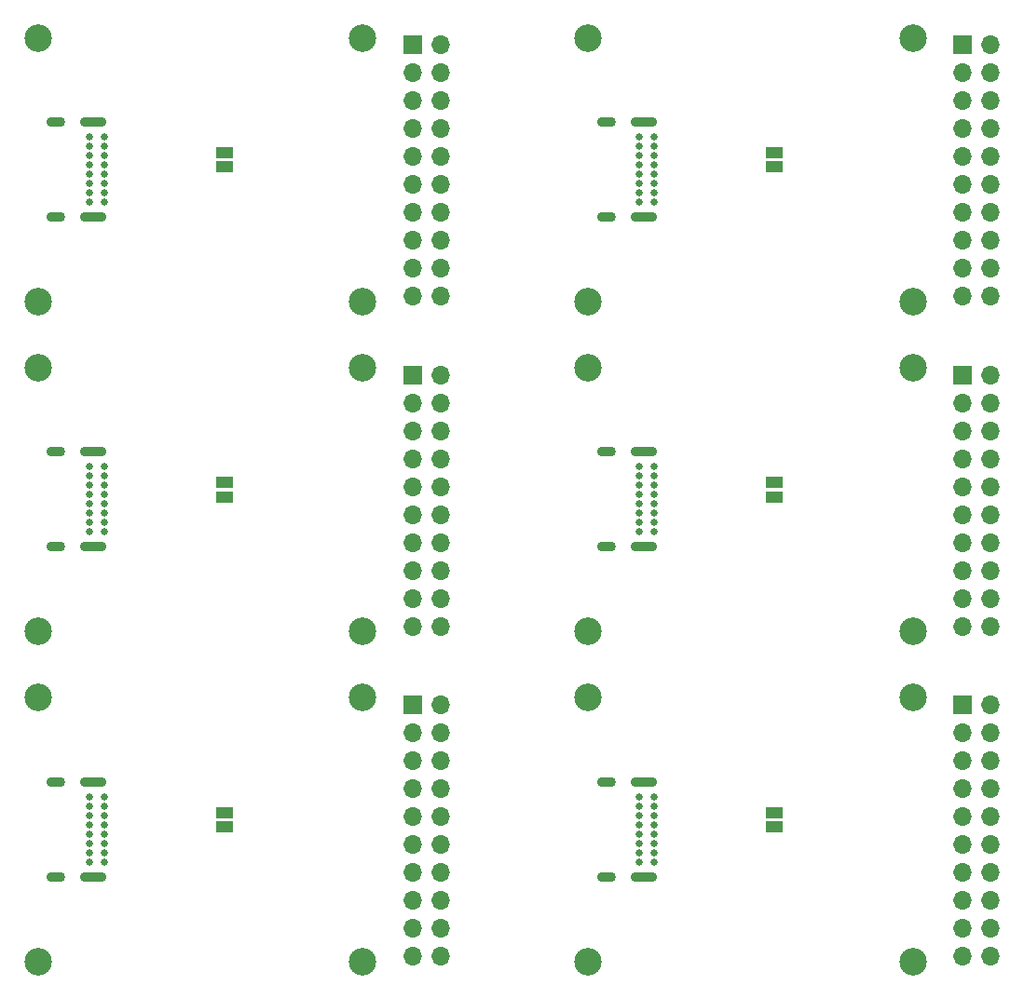
<source format=gbs>
G04 #@! TF.GenerationSoftware,KiCad,Pcbnew,(5.1.8-0-10_14)*
G04 #@! TF.CreationDate,2021-05-20T18:09:43+09:00*
G04 #@! TF.ProjectId,ft2232_jtag_tap,66743232-3332-45f6-9a74-61675f746170,rev?*
G04 #@! TF.SameCoordinates,Original*
G04 #@! TF.FileFunction,Soldermask,Bot*
G04 #@! TF.FilePolarity,Negative*
%FSLAX46Y46*%
G04 Gerber Fmt 4.6, Leading zero omitted, Abs format (unit mm)*
G04 Created by KiCad (PCBNEW (5.1.8-0-10_14)) date 2021-05-20 18:09:43*
%MOMM*%
%LPD*%
G01*
G04 APERTURE LIST*
%ADD10C,2.500000*%
%ADD11R,1.500000X1.000000*%
%ADD12R,1.700000X1.700000*%
%ADD13O,1.700000X1.700000*%
%ADD14C,0.650000*%
%ADD15O,2.400000X0.900000*%
%ADD16O,1.700000X0.900000*%
G04 APERTURE END LIST*
D10*
X103000000Y-163000000D03*
X53000000Y-163000000D03*
X103000000Y-133000000D03*
X53000000Y-133000000D03*
X103000000Y-103000000D03*
X103000000Y-187000000D03*
X53000000Y-187000000D03*
X103000000Y-157000000D03*
X53000000Y-157000000D03*
X103000000Y-127000000D03*
X132500000Y-163000000D03*
X82500000Y-163000000D03*
X132500000Y-133000000D03*
X82500000Y-133000000D03*
X132500000Y-103000000D03*
X132500000Y-187000000D03*
X82500000Y-187000000D03*
X132500000Y-157000000D03*
X82500000Y-157000000D03*
X132500000Y-127000000D03*
D11*
X119900000Y-173450000D03*
X119900000Y-174750000D03*
X69900000Y-173450000D03*
X69900000Y-174750000D03*
X119900000Y-143450000D03*
X119900000Y-144750000D03*
X69900000Y-143450000D03*
X69900000Y-144750000D03*
X119900000Y-113450000D03*
X119900000Y-114750000D03*
D12*
X137010000Y-163660000D03*
D13*
X139550000Y-163660000D03*
X137010000Y-166200000D03*
X139550000Y-166200000D03*
X137010000Y-168740000D03*
X139550000Y-168740000D03*
X137010000Y-171280000D03*
X139550000Y-171280000D03*
X137010000Y-173820000D03*
X139550000Y-173820000D03*
X137010000Y-176360000D03*
X139550000Y-176360000D03*
X137010000Y-178900000D03*
X139550000Y-178900000D03*
X137010000Y-181440000D03*
X139550000Y-181440000D03*
X137010000Y-183980000D03*
X139550000Y-183980000D03*
X137010000Y-186520000D03*
X139550000Y-186520000D03*
D12*
X87010000Y-163660000D03*
D13*
X89550000Y-163660000D03*
X87010000Y-166200000D03*
X89550000Y-166200000D03*
X87010000Y-168740000D03*
X89550000Y-168740000D03*
X87010000Y-171280000D03*
X89550000Y-171280000D03*
X87010000Y-173820000D03*
X89550000Y-173820000D03*
X87010000Y-176360000D03*
X89550000Y-176360000D03*
X87010000Y-178900000D03*
X89550000Y-178900000D03*
X87010000Y-181440000D03*
X89550000Y-181440000D03*
X87010000Y-183980000D03*
X89550000Y-183980000D03*
X87010000Y-186520000D03*
X89550000Y-186520000D03*
D12*
X137010000Y-133660000D03*
D13*
X139550000Y-133660000D03*
X137010000Y-136200000D03*
X139550000Y-136200000D03*
X137010000Y-138740000D03*
X139550000Y-138740000D03*
X137010000Y-141280000D03*
X139550000Y-141280000D03*
X137010000Y-143820000D03*
X139550000Y-143820000D03*
X137010000Y-146360000D03*
X139550000Y-146360000D03*
X137010000Y-148900000D03*
X139550000Y-148900000D03*
X137010000Y-151440000D03*
X139550000Y-151440000D03*
X137010000Y-153980000D03*
X139550000Y-153980000D03*
X137010000Y-156520000D03*
X139550000Y-156520000D03*
D12*
X87010000Y-133660000D03*
D13*
X89550000Y-133660000D03*
X87010000Y-136200000D03*
X89550000Y-136200000D03*
X87010000Y-138740000D03*
X89550000Y-138740000D03*
X87010000Y-141280000D03*
X89550000Y-141280000D03*
X87010000Y-143820000D03*
X89550000Y-143820000D03*
X87010000Y-146360000D03*
X89550000Y-146360000D03*
X87010000Y-148900000D03*
X89550000Y-148900000D03*
X87010000Y-151440000D03*
X89550000Y-151440000D03*
X87010000Y-153980000D03*
X89550000Y-153980000D03*
X87010000Y-156520000D03*
X89550000Y-156520000D03*
D12*
X137010000Y-103660000D03*
D13*
X139550000Y-103660000D03*
X137010000Y-106200000D03*
X139550000Y-106200000D03*
X137010000Y-108740000D03*
X139550000Y-108740000D03*
X137010000Y-111280000D03*
X139550000Y-111280000D03*
X137010000Y-113820000D03*
X139550000Y-113820000D03*
X137010000Y-116360000D03*
X139550000Y-116360000D03*
X137010000Y-118900000D03*
X139550000Y-118900000D03*
X137010000Y-121440000D03*
X139550000Y-121440000D03*
X137010000Y-123980000D03*
X139550000Y-123980000D03*
X137010000Y-126520000D03*
X139550000Y-126520000D03*
D14*
X109000000Y-172000000D03*
X109000000Y-172850000D03*
X109000000Y-173700000D03*
X109000000Y-174550000D03*
X109000000Y-175400000D03*
X109000000Y-176250000D03*
X109000000Y-177100000D03*
X109000000Y-177950000D03*
X107650000Y-172850000D03*
X107650000Y-174550000D03*
X107650000Y-173700000D03*
X107650000Y-172000000D03*
X107650000Y-176250000D03*
X107650000Y-177100000D03*
X107650000Y-177950000D03*
X107650000Y-175400000D03*
D15*
X108020000Y-170650000D03*
X108020000Y-179300000D03*
D16*
X104640000Y-170650000D03*
X104640000Y-179300000D03*
D14*
X59000000Y-172000000D03*
X59000000Y-172850000D03*
X59000000Y-173700000D03*
X59000000Y-174550000D03*
X59000000Y-175400000D03*
X59000000Y-176250000D03*
X59000000Y-177100000D03*
X59000000Y-177950000D03*
X57650000Y-172850000D03*
X57650000Y-174550000D03*
X57650000Y-173700000D03*
X57650000Y-172000000D03*
X57650000Y-176250000D03*
X57650000Y-177100000D03*
X57650000Y-177950000D03*
X57650000Y-175400000D03*
D15*
X58020000Y-170650000D03*
X58020000Y-179300000D03*
D16*
X54640000Y-170650000D03*
X54640000Y-179300000D03*
D14*
X109000000Y-142000000D03*
X109000000Y-142850000D03*
X109000000Y-143700000D03*
X109000000Y-144550000D03*
X109000000Y-145400000D03*
X109000000Y-146250000D03*
X109000000Y-147100000D03*
X109000000Y-147950000D03*
X107650000Y-142850000D03*
X107650000Y-144550000D03*
X107650000Y-143700000D03*
X107650000Y-142000000D03*
X107650000Y-146250000D03*
X107650000Y-147100000D03*
X107650000Y-147950000D03*
X107650000Y-145400000D03*
D15*
X108020000Y-140650000D03*
X108020000Y-149300000D03*
D16*
X104640000Y-140650000D03*
X104640000Y-149300000D03*
D14*
X59000000Y-142000000D03*
X59000000Y-142850000D03*
X59000000Y-143700000D03*
X59000000Y-144550000D03*
X59000000Y-145400000D03*
X59000000Y-146250000D03*
X59000000Y-147100000D03*
X59000000Y-147950000D03*
X57650000Y-142850000D03*
X57650000Y-144550000D03*
X57650000Y-143700000D03*
X57650000Y-142000000D03*
X57650000Y-146250000D03*
X57650000Y-147100000D03*
X57650000Y-147950000D03*
X57650000Y-145400000D03*
D15*
X58020000Y-140650000D03*
X58020000Y-149300000D03*
D16*
X54640000Y-140650000D03*
X54640000Y-149300000D03*
D14*
X109000000Y-112000000D03*
X109000000Y-112850000D03*
X109000000Y-113700000D03*
X109000000Y-114550000D03*
X109000000Y-115400000D03*
X109000000Y-116250000D03*
X109000000Y-117100000D03*
X109000000Y-117950000D03*
X107650000Y-112850000D03*
X107650000Y-114550000D03*
X107650000Y-113700000D03*
X107650000Y-112000000D03*
X107650000Y-116250000D03*
X107650000Y-117100000D03*
X107650000Y-117950000D03*
X107650000Y-115400000D03*
D15*
X108020000Y-110650000D03*
X108020000Y-119300000D03*
D16*
X104640000Y-110650000D03*
X104640000Y-119300000D03*
X54640000Y-119300000D03*
X54640000Y-110650000D03*
D15*
X58020000Y-119300000D03*
X58020000Y-110650000D03*
D14*
X57650000Y-115400000D03*
X57650000Y-117950000D03*
X57650000Y-117100000D03*
X57650000Y-116250000D03*
X57650000Y-112000000D03*
X57650000Y-113700000D03*
X57650000Y-114550000D03*
X57650000Y-112850000D03*
X59000000Y-117950000D03*
X59000000Y-117100000D03*
X59000000Y-116250000D03*
X59000000Y-115400000D03*
X59000000Y-114550000D03*
X59000000Y-113700000D03*
X59000000Y-112850000D03*
X59000000Y-112000000D03*
D13*
X89550000Y-126520000D03*
X87010000Y-126520000D03*
X89550000Y-123980000D03*
X87010000Y-123980000D03*
X89550000Y-121440000D03*
X87010000Y-121440000D03*
X89550000Y-118900000D03*
X87010000Y-118900000D03*
X89550000Y-116360000D03*
X87010000Y-116360000D03*
X89550000Y-113820000D03*
X87010000Y-113820000D03*
X89550000Y-111280000D03*
X87010000Y-111280000D03*
X89550000Y-108740000D03*
X87010000Y-108740000D03*
X89550000Y-106200000D03*
X87010000Y-106200000D03*
X89550000Y-103660000D03*
D12*
X87010000Y-103660000D03*
D11*
X69900000Y-114750000D03*
X69900000Y-113450000D03*
D10*
X82500000Y-127000000D03*
X82500000Y-103000000D03*
X53000000Y-127000000D03*
X53000000Y-103000000D03*
M02*

</source>
